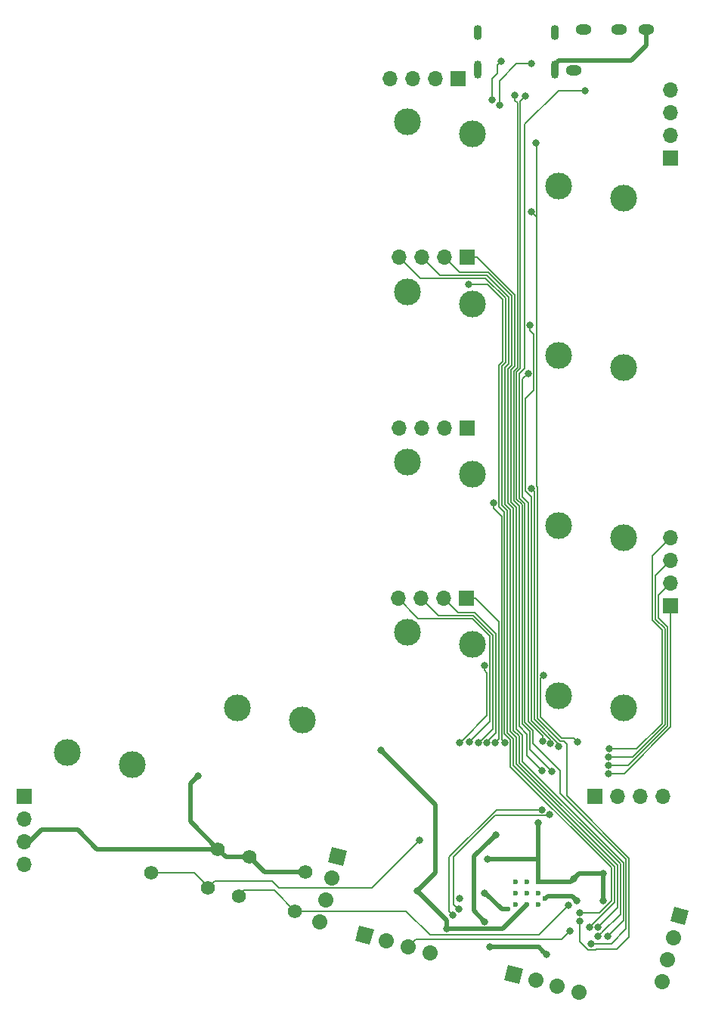
<source format=gbr>
G04 #@! TF.GenerationSoftware,KiCad,Pcbnew,(5.1.4)-1*
G04 #@! TF.CreationDate,2023-09-09T05:32:15-04:00*
G04 #@! TF.ProjectId,ThumbsUp,5468756d-6273-4557-902e-6b696361645f,rev?*
G04 #@! TF.SameCoordinates,Original*
G04 #@! TF.FileFunction,Copper,L1,Top*
G04 #@! TF.FilePolarity,Positive*
%FSLAX46Y46*%
G04 Gerber Fmt 4.6, Leading zero omitted, Abs format (unit mm)*
G04 Created by KiCad (PCBNEW (5.1.4)-1) date 2023-09-09 05:32:15*
%MOMM*%
%LPD*%
G04 APERTURE LIST*
%ADD10C,1.575000*%
%ADD11C,3.000000*%
%ADD12O,1.800000X1.200000*%
%ADD13C,0.600000*%
%ADD14O,1.700000X1.700000*%
%ADD15R,1.700000X1.700000*%
%ADD16C,1.700000*%
%ADD17C,1.700000*%
%ADD18C,0.100000*%
%ADD19O,0.900000X1.700000*%
%ADD20O,0.900000X2.000000*%
%ADD21C,0.800000*%
%ADD22C,0.200000*%
%ADD23C,0.500000*%
G04 APERTURE END LIST*
D10*
X78221183Y-457074326D03*
X77048913Y-461418953D03*
X70773341Y-459725674D03*
X87998928Y-459674326D03*
X86826658Y-464018953D03*
X81723356Y-457981047D03*
X80551086Y-462325674D03*
D11*
X116382789Y-420912952D03*
X123682789Y-422262952D03*
X116382789Y-439962952D03*
X123682789Y-441312952D03*
X116382790Y-382820000D03*
X123682790Y-384170000D03*
X106732789Y-415112952D03*
X99432789Y-413762952D03*
D12*
X118050000Y-369910000D03*
X119150000Y-365310000D03*
X123150000Y-365310000D03*
X126150000Y-365310000D03*
D11*
X106732790Y-377000000D03*
X99432790Y-375650000D03*
X116382790Y-401862952D03*
X123682790Y-403212952D03*
X106732790Y-434162952D03*
X99432790Y-432812952D03*
X106732790Y-396062952D03*
X99432790Y-394712952D03*
X87682789Y-442662953D03*
X80382789Y-441312953D03*
X68632789Y-447662952D03*
X61332789Y-446312952D03*
D13*
X114082500Y-463315000D03*
X114082500Y-462040000D03*
X114082500Y-460765000D03*
X112807500Y-463315000D03*
X112807500Y-462040000D03*
X112807500Y-460765000D03*
X111532500Y-463315000D03*
X111532500Y-462040000D03*
X111532500Y-460765000D03*
D14*
X97510000Y-370820000D03*
X100050000Y-370820000D03*
X102590000Y-370820000D03*
D15*
X105130000Y-370820000D03*
D16*
X101993144Y-468685154D03*
D17*
X101993144Y-468685154D02*
X101993144Y-468685154D01*
D16*
X99539692Y-468027754D03*
D17*
X99539692Y-468027754D02*
X99539692Y-468027754D01*
D16*
X97086241Y-467370353D03*
D17*
X97086241Y-467370353D02*
X97086241Y-467370353D01*
D16*
X94632789Y-466712953D03*
D18*
G36*
X95233830Y-467753986D02*
G01*
X93591756Y-467313994D01*
X94031748Y-465671920D01*
X95673822Y-466111912D01*
X95233830Y-467753986D01*
X95233830Y-467753986D01*
G37*
D19*
X115950000Y-365660000D03*
X107310000Y-365660000D03*
D20*
X115950000Y-369830000D03*
X107310000Y-369830000D03*
D14*
X128876095Y-372098305D03*
X128876095Y-374638305D03*
X128876095Y-377178305D03*
D15*
X128876095Y-379718305D03*
D16*
X127932789Y-471912952D03*
D17*
X127932789Y-471912952D02*
X127932789Y-471912952D01*
D16*
X128590189Y-469459500D03*
D17*
X128590189Y-469459500D02*
X128590189Y-469459500D01*
D16*
X129247590Y-467006049D03*
D17*
X129247590Y-467006049D02*
X129247590Y-467006049D01*
D16*
X129904990Y-464552597D03*
D18*
G36*
X128863957Y-465153638D02*
G01*
X129303949Y-463511564D01*
X130946023Y-463951556D01*
X130506031Y-465593630D01*
X128863957Y-465153638D01*
X128863957Y-465153638D01*
G37*
D14*
X128940599Y-422224893D03*
X128940599Y-424764893D03*
X128940599Y-427304893D03*
D15*
X128940599Y-429844893D03*
D16*
X118693145Y-473085153D03*
D17*
X118693145Y-473085153D02*
X118693145Y-473085153D01*
D16*
X116239693Y-472427753D03*
D17*
X116239693Y-472427753D02*
X116239693Y-472427753D01*
D16*
X113786242Y-471770352D03*
D17*
X113786242Y-471770352D02*
X113786242Y-471770352D01*
D16*
X111332790Y-471112952D03*
D18*
G36*
X110731749Y-470071919D02*
G01*
X112373823Y-470511911D01*
X111933831Y-472153985D01*
X110291757Y-471713993D01*
X110731749Y-470071919D01*
X110731749Y-470071919D01*
G37*
D16*
X89627956Y-465271820D03*
D17*
X89627956Y-465271820D02*
X89627956Y-465271820D01*
D16*
X90285356Y-462818368D03*
D17*
X90285356Y-462818368D02*
X90285356Y-462818368D01*
D16*
X90942757Y-460364917D03*
D17*
X90942757Y-460364917D02*
X90942757Y-460364917D01*
D16*
X91600157Y-457911465D03*
D18*
G36*
X90559124Y-458512506D02*
G01*
X90999116Y-456870432D01*
X92641190Y-457310424D01*
X92201198Y-458952498D01*
X90559124Y-458512506D01*
X90559124Y-458512506D01*
G37*
D14*
X98509278Y-390818375D03*
X101049278Y-390818375D03*
X103589278Y-390818375D03*
D15*
X106129278Y-390818375D03*
D14*
X56532789Y-458812952D03*
X56532789Y-456272952D03*
X56532789Y-453732952D03*
D15*
X56532789Y-451192952D03*
D14*
X128068428Y-451181322D03*
X125528428Y-451181322D03*
X122988428Y-451181322D03*
D15*
X120448428Y-451181322D03*
D14*
X98534161Y-409935202D03*
X101074161Y-409935202D03*
X103614161Y-409935202D03*
D15*
X106154161Y-409935202D03*
D14*
X98376974Y-429020972D03*
X100916974Y-429020972D03*
X103456974Y-429020972D03*
D15*
X105996974Y-429020972D03*
D21*
X111440000Y-372690000D03*
X114500006Y-448300000D03*
X112624528Y-372814260D03*
X115604937Y-448401097D03*
X118400000Y-462880000D03*
X108100000Y-462010000D03*
D13*
X114860000Y-462640000D03*
X110710000Y-463790000D03*
D21*
X115354341Y-453238815D03*
X105177445Y-463821414D03*
X104521949Y-464476911D03*
X114500010Y-452672990D03*
X113350000Y-369170000D03*
X109747579Y-373816423D03*
X108940000Y-373180000D03*
X109900000Y-368900000D03*
X108940000Y-373180000D03*
X105300000Y-462600000D03*
X118073553Y-460400563D03*
X96500000Y-446000000D03*
X100500000Y-461800000D03*
X75940000Y-448910000D03*
X103799998Y-466000000D03*
X121390000Y-459830000D03*
X114991980Y-468905923D03*
X108650000Y-468065010D03*
X121390000Y-462880000D03*
X121390000Y-462880000D03*
X114053990Y-454167500D03*
X108430000Y-458250000D03*
X121390000Y-459830000D03*
X119310000Y-372149999D03*
X120050000Y-467680000D03*
X121950145Y-448655167D03*
X121947694Y-447728169D03*
X121964373Y-446801317D03*
X122000000Y-445875000D03*
X109242455Y-445156988D03*
X108316368Y-445198379D03*
X107389446Y-445211291D03*
X106400000Y-445100000D03*
X112945979Y-403830000D03*
X114554433Y-444995609D03*
X109075881Y-418350000D03*
X110336920Y-445152403D03*
X108040814Y-436500000D03*
X105300000Y-445200000D03*
X115444173Y-445255827D03*
X113175967Y-398450000D03*
X116379352Y-445626048D03*
X113299994Y-416700000D03*
X114654021Y-437600000D03*
X118500000Y-445100000D03*
X109300000Y-455500000D03*
X108100000Y-465200000D03*
X117480000Y-463380000D03*
X121840000Y-466820000D03*
X120800000Y-466830000D03*
X120790000Y-465790002D03*
X119830000Y-465810000D03*
X106330000Y-393840000D03*
X118730000Y-464200000D03*
X113340000Y-385759994D03*
X118770000Y-465190000D03*
X113840000Y-378030000D03*
X100799998Y-456100000D03*
X117660000Y-466220000D03*
D22*
X111440000Y-372690000D02*
X111440000Y-373255685D01*
X112818977Y-444228135D02*
X112818977Y-446618971D01*
X111937934Y-443347092D02*
X112818977Y-444228135D01*
X111764955Y-403158134D02*
X111337944Y-403585145D01*
X111337944Y-403585145D02*
X111337944Y-418077318D01*
X111764955Y-373580640D02*
X111764955Y-403158134D01*
X111440000Y-373255685D02*
X111764955Y-373580640D01*
X112818977Y-446618971D02*
X114100007Y-447900001D01*
X111337944Y-418077318D02*
X111937934Y-418677308D01*
X111937934Y-418677308D02*
X111937934Y-443347092D01*
X114100007Y-447900001D02*
X114500006Y-448300000D01*
X112091966Y-403293586D02*
X111664950Y-403720602D01*
X112624528Y-372814260D02*
X112091966Y-373346822D01*
X113145988Y-443920764D02*
X113145988Y-445942148D01*
X115204938Y-448001098D02*
X115604937Y-448401097D01*
X113145988Y-445942148D02*
X115204938Y-448001098D01*
X112264945Y-443039721D02*
X113145988Y-443920764D01*
X112264945Y-418541856D02*
X112264945Y-443039721D01*
X111664950Y-403720602D02*
X111664950Y-417941861D01*
X111664950Y-417941861D02*
X112264945Y-418541856D01*
X112091966Y-373346822D02*
X112091966Y-403293586D01*
D23*
X115159999Y-462340001D02*
X117860001Y-462340001D01*
X118000001Y-462480001D02*
X118400000Y-462880000D01*
X117860001Y-462340001D02*
X118000001Y-462480001D01*
X114860000Y-462640000D02*
X115159999Y-462340001D01*
X109990000Y-463790000D02*
X108270000Y-462070000D01*
X110710000Y-463790000D02*
X109990000Y-463790000D01*
D22*
X115354341Y-453238815D02*
X115293156Y-453300000D01*
X104627446Y-463271415D02*
X104777446Y-463421415D01*
X115293156Y-453300000D02*
X109272038Y-453300000D01*
X104777446Y-463421415D02*
X105177445Y-463821414D01*
X104627446Y-457944592D02*
X104627446Y-463271415D01*
X109272038Y-453300000D02*
X104627446Y-457944592D01*
X104121950Y-457987625D02*
X109436585Y-452672990D01*
X104121950Y-464076912D02*
X104121950Y-457987625D01*
X104521949Y-464476911D02*
X104121950Y-464076912D01*
X113934325Y-452672990D02*
X114500010Y-452672990D01*
X109436585Y-452672990D02*
X113934325Y-452672990D01*
X109747579Y-371062421D02*
X111640000Y-369170000D01*
X109747579Y-373816423D02*
X109747579Y-371062421D01*
X111640000Y-369170000D02*
X113350000Y-369170000D01*
X108940000Y-370800000D02*
X109500001Y-370239999D01*
X109500001Y-370239999D02*
X109500001Y-369299999D01*
X109500001Y-369299999D02*
X109900000Y-368900000D01*
X108940000Y-373180000D02*
X108940000Y-370800000D01*
D23*
X102577021Y-459722979D02*
X102577021Y-452077021D01*
X100500000Y-461800000D02*
X102577021Y-459722979D01*
X96899999Y-446399999D02*
X96500000Y-446000000D01*
X102577021Y-452077021D02*
X96899999Y-446399999D01*
X112807500Y-463315000D02*
X110122500Y-466000000D01*
X75100000Y-453953143D02*
X75100000Y-449750000D01*
X75100000Y-449750000D02*
X75940000Y-448910000D01*
X110122500Y-466000000D02*
X104365683Y-466000000D01*
X104365683Y-466000000D02*
X103799998Y-466000000D01*
X78221183Y-457074326D02*
X75100000Y-453953143D01*
X103799998Y-465434315D02*
X103799998Y-466000000D01*
X100500000Y-461800000D02*
X103799998Y-465099998D01*
X103799998Y-465099998D02*
X103799998Y-465434315D01*
X118644116Y-459830000D02*
X118473552Y-460000564D01*
X114082500Y-460765000D02*
X117709116Y-460765000D01*
X117709116Y-460765000D02*
X118073553Y-460400563D01*
X118070000Y-460444093D02*
X118070000Y-460404116D01*
X118473552Y-460000564D02*
X118073553Y-460400563D01*
X121390000Y-459830000D02*
X118644116Y-459830000D01*
X118070000Y-460404116D02*
X118073553Y-460400563D01*
X64649201Y-457074326D02*
X62484875Y-454910000D01*
X62484875Y-454910000D02*
X58470000Y-454910000D01*
X58470000Y-454910000D02*
X57107048Y-456272952D01*
X78221183Y-457074326D02*
X64649201Y-457074326D01*
X57107048Y-456272952D02*
X56532789Y-456272952D01*
X126150000Y-367150000D02*
X124470000Y-368830000D01*
X115950000Y-369280000D02*
X115950000Y-369830000D01*
X126150000Y-365310000D02*
X126150000Y-367150000D01*
X81723356Y-457981047D02*
X79127904Y-457981047D01*
X79127904Y-457981047D02*
X78221183Y-457074326D01*
X87998928Y-459674326D02*
X83416635Y-459674326D01*
X83416635Y-459674326D02*
X81723356Y-457981047D01*
X116400000Y-368830000D02*
X115950000Y-369280000D01*
X124470000Y-368830000D02*
X116400000Y-368830000D01*
X108650000Y-468065010D02*
X114151067Y-468065010D01*
X114591981Y-468505924D02*
X114991980Y-468905923D01*
X121390000Y-462880000D02*
X121390000Y-462314315D01*
X108430000Y-458250000D02*
X114035000Y-458250000D01*
X114151067Y-468065010D02*
X114591981Y-468505924D01*
X114082500Y-458202500D02*
X114053990Y-458173990D01*
X114053990Y-458173990D02*
X114053990Y-454733185D01*
X114053990Y-454733185D02*
X114053990Y-454167500D01*
X114082500Y-460765000D02*
X114082500Y-458202500D01*
X114035000Y-458250000D02*
X114082500Y-458202500D01*
X121390000Y-462314315D02*
X121390000Y-459830000D01*
D22*
X112591956Y-442904270D02*
X112591956Y-418406404D01*
X111991966Y-403856049D02*
X112548967Y-403299048D01*
X118744315Y-372149999D02*
X119310000Y-372149999D01*
X116527001Y-448327001D02*
X113472999Y-445272999D01*
X112548967Y-375951033D02*
X116350001Y-372149999D01*
X113472999Y-445272999D02*
X113472999Y-443785313D01*
X123942989Y-458245451D02*
X116527001Y-450829463D01*
X112591956Y-418406404D02*
X111991966Y-417806414D01*
X111991966Y-417806414D02*
X111991966Y-403856049D01*
X112548967Y-403299048D02*
X112548967Y-375951033D01*
X122277962Y-467680000D02*
X123942989Y-466014973D01*
X113472999Y-443785313D02*
X112591956Y-442904270D01*
X116527001Y-450829463D02*
X116527001Y-448327001D01*
X120050000Y-467680000D02*
X122277962Y-467680000D01*
X123942989Y-466014973D02*
X123942989Y-458245451D01*
X116350001Y-372149999D02*
X118744315Y-372149999D01*
X128940599Y-430894893D02*
X128940599Y-429844893D01*
X123712222Y-448655167D02*
X128940599Y-443426790D01*
X121950145Y-448655167D02*
X123712222Y-448655167D01*
X128940599Y-443426790D02*
X128940599Y-430894893D01*
X128594022Y-432244098D02*
X127554022Y-431204098D01*
X124176757Y-447728169D02*
X128594022Y-443310904D01*
X128594022Y-443310904D02*
X128594022Y-432244098D01*
X121947694Y-447728169D02*
X124176757Y-447728169D01*
X127554022Y-431204098D02*
X127554022Y-428691470D01*
X127554022Y-428691470D02*
X128090600Y-428154892D01*
X128090600Y-428154892D02*
X128940599Y-427304893D01*
X121964373Y-446801317D02*
X124641146Y-446801317D01*
X128267011Y-443175452D02*
X128267011Y-432379550D01*
X128090600Y-425614892D02*
X128940599Y-424764893D01*
X127227011Y-431339550D02*
X127227011Y-426478481D01*
X128267011Y-432379550D02*
X127227011Y-431339550D01*
X124641146Y-446801317D02*
X128267011Y-443175452D01*
X127227011Y-426478481D02*
X128090600Y-425614892D01*
X125105000Y-445875000D02*
X127940000Y-443040000D01*
X126900000Y-431475002D02*
X126900000Y-424265492D01*
X126900000Y-424265492D02*
X128090600Y-423074892D01*
X122000000Y-445875000D02*
X125105000Y-445875000D01*
X127940000Y-443040000D02*
X127940000Y-432515002D01*
X127940000Y-432515002D02*
X126900000Y-431475002D01*
X128090600Y-423074892D02*
X128940599Y-422224893D01*
X109648857Y-431622855D02*
X109648857Y-444750586D01*
X105996974Y-429020972D02*
X107046974Y-429020972D01*
X109648857Y-444750586D02*
X109642454Y-444756989D01*
X109642454Y-444756989D02*
X109242455Y-445156988D01*
X107046974Y-429020972D02*
X109648857Y-431622855D01*
X105879028Y-429020972D02*
X105996974Y-429020972D01*
X105081980Y-430645978D02*
X106968518Y-430645978D01*
X103456974Y-429020972D02*
X105081980Y-430645978D01*
X106968518Y-430645978D02*
X109321846Y-432999306D01*
X109321846Y-432999306D02*
X109321846Y-444078154D01*
X108316368Y-445083632D02*
X108316368Y-445198379D01*
X109321846Y-444078154D02*
X108316368Y-445083632D01*
X100916974Y-429020972D02*
X102868991Y-430972989D01*
X108994835Y-433134758D02*
X108994835Y-443605902D01*
X106833066Y-430972989D02*
X108994835Y-433134758D01*
X107789445Y-444811292D02*
X107389446Y-445211291D01*
X102868991Y-430972989D02*
X106833066Y-430972989D01*
X108994835Y-443605902D02*
X107789445Y-444811292D01*
X98376974Y-429020972D02*
X100656002Y-431300000D01*
X108667824Y-433270210D02*
X108667824Y-442832176D01*
X100656002Y-431300000D02*
X106697614Y-431300000D01*
X106697614Y-431300000D02*
X108667824Y-433270210D01*
X106799999Y-444700001D02*
X106400000Y-445100000D01*
X108667824Y-442832176D02*
X106799999Y-444700001D01*
X114554433Y-444429924D02*
X114554433Y-444995609D01*
X114554433Y-444404285D02*
X114554433Y-444429924D01*
X112318972Y-404457007D02*
X112318972Y-417670957D01*
X112991956Y-418343941D02*
X112991956Y-442841808D01*
X112991956Y-442841808D02*
X114554433Y-444404285D01*
X112318972Y-417670957D02*
X112991956Y-418343941D01*
X112945979Y-403830000D02*
X112318972Y-404457007D01*
X109075881Y-418350000D02*
X109075881Y-418915685D01*
X109975868Y-419815672D02*
X109975868Y-444791351D01*
X109075881Y-418915685D02*
X109975868Y-419815672D01*
X109975868Y-444791351D02*
X110336920Y-445152403D01*
X108340813Y-442159187D02*
X105699999Y-444800001D01*
X108040814Y-437065685D02*
X108340813Y-437365684D01*
X105699999Y-444800001D02*
X105300000Y-445200000D01*
X108340813Y-437365684D02*
X108340813Y-442159187D01*
X108040814Y-436500000D02*
X108040814Y-437065685D01*
X113572980Y-399412698D02*
X113572980Y-405727020D01*
X113318967Y-417646935D02*
X113318967Y-442706356D01*
X113572980Y-405727020D02*
X112672993Y-406627007D01*
X115444173Y-444831561D02*
X115444173Y-445255827D01*
X113175967Y-399015685D02*
X113572989Y-399412707D01*
X112672993Y-417000961D02*
X113318967Y-417646935D01*
X113318967Y-442706356D02*
X115444173Y-444831561D01*
X112672993Y-406627007D02*
X112672993Y-417000961D01*
X113175967Y-399015685D02*
X113572980Y-399412698D01*
X113175967Y-399015685D02*
X113175967Y-398450000D01*
X113645978Y-442570904D02*
X116379352Y-445304278D01*
X113645978Y-417045984D02*
X113645978Y-442570904D01*
X113299994Y-416700000D02*
X113645978Y-417045984D01*
X116379352Y-445304278D02*
X116379352Y-445626048D01*
X118100001Y-444700001D02*
X118500000Y-445100000D01*
X114300000Y-437954021D02*
X114300000Y-442300000D01*
X114654021Y-437600000D02*
X114300000Y-437954021D01*
X114300000Y-442300000D02*
X116700001Y-444700001D01*
X116700001Y-444700001D02*
X118100001Y-444700001D01*
D23*
X106900000Y-464000000D02*
X106900000Y-457900000D01*
X108900001Y-455899999D02*
X109300000Y-455500000D01*
X108100000Y-465200000D02*
X106900000Y-464000000D01*
X106900000Y-457900000D02*
X108900001Y-455899999D01*
D22*
X84507705Y-461700000D02*
X81176760Y-461700000D01*
X86826658Y-464018953D02*
X84507705Y-461700000D01*
X117480000Y-463380000D02*
X114162999Y-466697001D01*
X114162999Y-466697001D02*
X101937001Y-466697001D01*
X81176760Y-461700000D02*
X80551086Y-462325674D01*
X101937001Y-466697001D02*
X99258953Y-464018953D01*
X99258953Y-464018953D02*
X86826658Y-464018953D01*
X107179278Y-390818375D02*
X106129278Y-390818375D01*
X107238227Y-390818375D02*
X107179278Y-390818375D01*
X123615978Y-458641127D02*
X112271966Y-447297115D01*
X121840000Y-466820000D02*
X123615978Y-465044022D01*
X111010933Y-418212770D02*
X111010933Y-403449693D01*
X123615978Y-465044022D02*
X123615978Y-458641127D01*
X111610923Y-443648533D02*
X111610923Y-418812760D01*
X112271966Y-447297115D02*
X112271966Y-444309576D01*
X111435055Y-403025571D02*
X111435055Y-395015203D01*
X111610923Y-418812760D02*
X111010933Y-418212770D01*
X111435055Y-395015203D02*
X107238227Y-390818375D01*
X112271966Y-444309576D02*
X111610923Y-443648533D01*
X111010933Y-403449693D02*
X111435055Y-403025571D01*
X121199999Y-466430001D02*
X120800000Y-466830000D01*
X110683922Y-403314241D02*
X110683922Y-418348222D01*
X111108044Y-402890119D02*
X110683922Y-403314241D01*
X105267914Y-392497011D02*
X108454400Y-392497011D01*
X111283912Y-418948211D02*
X111283912Y-443783985D01*
X123271028Y-464358972D02*
X121199999Y-466430001D01*
X111108044Y-395150655D02*
X111108044Y-402890119D01*
X111944955Y-444445028D02*
X111944955Y-447432567D01*
X103589278Y-390818375D02*
X105267914Y-392497011D01*
X111283912Y-443783985D02*
X111944955Y-444445028D01*
X108454400Y-392497011D02*
X111108044Y-395150655D01*
X110683922Y-418348222D02*
X111283912Y-418948211D01*
X123271028Y-458758640D02*
X123271028Y-464358972D01*
X111944955Y-447432567D02*
X123271028Y-458758640D01*
X103054925Y-392824022D02*
X108318948Y-392824022D01*
X110356911Y-418483674D02*
X110956901Y-419083663D01*
X108318948Y-392824022D02*
X110781033Y-395286107D01*
X111617944Y-444580480D02*
X111617944Y-447568019D01*
X110956901Y-443919437D02*
X111617944Y-444580480D01*
X110956901Y-419083663D02*
X110956901Y-443919437D01*
X121189999Y-465390003D02*
X120790000Y-465790002D01*
X101049278Y-390818375D02*
X103054925Y-392824022D01*
X111617944Y-447568019D02*
X122944017Y-458894092D01*
X110781033Y-402754667D02*
X110356911Y-403178789D01*
X122944017Y-458894092D02*
X122944017Y-463635985D01*
X122944017Y-463635985D02*
X121189999Y-465390003D01*
X110356911Y-403178789D02*
X110356911Y-418483674D01*
X110781033Y-395286107D02*
X110781033Y-402754667D01*
X111290933Y-444715932D02*
X111290933Y-447703471D01*
X108183496Y-393151033D02*
X110454022Y-395421559D01*
X110029900Y-418619126D02*
X110629890Y-419219115D01*
X120229999Y-465410001D02*
X119830000Y-465810000D01*
X110454022Y-402619215D02*
X110029900Y-403043337D01*
X110629890Y-444054889D02*
X111290933Y-444715932D01*
X110454022Y-395421559D02*
X110454022Y-402619215D01*
X100841936Y-393151033D02*
X108183496Y-393151033D01*
X98509278Y-390818375D02*
X100841936Y-393151033D01*
X110629890Y-419219115D02*
X110629890Y-444054889D01*
X111290933Y-447703471D02*
X122617006Y-459029544D01*
X122617006Y-463022994D02*
X120229999Y-465410001D01*
X110029900Y-403043337D02*
X110029900Y-418619126D01*
X122617006Y-459029544D02*
X122617006Y-463022994D01*
X110127011Y-402483763D02*
X109702889Y-402907885D01*
X122289995Y-459164996D02*
X122289995Y-462885690D01*
X119295685Y-464200000D02*
X118730000Y-464200000D01*
X110302879Y-419354567D02*
X110302879Y-444190341D01*
X110963922Y-444851384D02*
X110963922Y-447838923D01*
X106330000Y-393840000D02*
X108410000Y-393840000D01*
X110302879Y-444190341D02*
X110963922Y-444851384D01*
X110963922Y-447838923D02*
X122289995Y-459164996D01*
X122289995Y-462885690D02*
X120975685Y-464200000D01*
X110127011Y-395557011D02*
X110127011Y-402483763D01*
X120975685Y-464200000D02*
X119295685Y-464200000D01*
X108410000Y-393840000D02*
X110127011Y-395557011D01*
X109702889Y-418754578D02*
X110302879Y-419354567D01*
X109702889Y-402907885D02*
X109702889Y-418754578D01*
X113972989Y-416518967D02*
X113900000Y-416445978D01*
X116564549Y-445027012D02*
X113972989Y-442435452D01*
X124270000Y-458110000D02*
X117294011Y-451134011D01*
X120510961Y-468327001D02*
X120520961Y-468317001D01*
X119697001Y-468327001D02*
X120510961Y-468327001D01*
X113900000Y-386764020D02*
X113900000Y-386319994D01*
X124270000Y-466920950D02*
X124270000Y-458110000D01*
X113900000Y-378090000D02*
X113840000Y-378030000D01*
X113900000Y-385650000D02*
X113900000Y-386764020D01*
X117294011Y-445356474D02*
X116964550Y-445027012D01*
X113972989Y-442435452D02*
X113972989Y-416518967D01*
X120520961Y-468317001D02*
X122873949Y-468317001D01*
X118770000Y-465190000D02*
X118770000Y-467400000D01*
X113900000Y-386319994D02*
X113739999Y-386159993D01*
X113900000Y-416445978D02*
X113900000Y-386764020D01*
X113900000Y-385650000D02*
X113900000Y-378090000D01*
X117294011Y-451134011D02*
X117294011Y-445356474D01*
X113739999Y-386159993D02*
X113340000Y-385759994D01*
X116964550Y-445027012D02*
X116564549Y-445027012D01*
X122873949Y-468317001D02*
X124270000Y-466920950D01*
X118770000Y-467400000D02*
X119697001Y-468327001D01*
X77048913Y-461418953D02*
X77048913Y-461218913D01*
X77836412Y-460631454D02*
X84266537Y-460631454D01*
X77048913Y-461218913D02*
X75555674Y-459725674D01*
X100399999Y-456499999D02*
X100799998Y-456100000D01*
X75555674Y-459725674D02*
X71887034Y-459725674D01*
X77048913Y-461418953D02*
X77836412Y-460631454D01*
X71887034Y-459725674D02*
X70773341Y-459725674D01*
X85077001Y-461441918D02*
X95458080Y-461441918D01*
X84266537Y-460631454D02*
X85077001Y-461441918D01*
X95458080Y-461441918D02*
X100399999Y-456499999D01*
X100389691Y-467177755D02*
X116702245Y-467177755D01*
X117260001Y-466619999D02*
X117660000Y-466220000D01*
X116702245Y-467177755D02*
X117260001Y-466619999D01*
X99539692Y-468027754D02*
X100389691Y-467177755D01*
M02*

</source>
